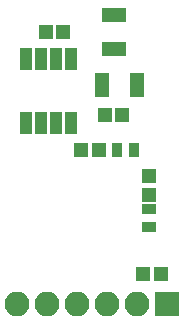
<source format=gts>
G04 #@! TF.FileFunction,Soldermask,Top*
%FSLAX46Y46*%
G04 Gerber Fmt 4.6, Leading zero omitted, Abs format (unit mm)*
G04 Created by KiCad (PCBNEW 4.0.7) date Sat Jun  9 20:24:17 2018*
%MOMM*%
%LPD*%
G01*
G04 APERTURE LIST*
%ADD10C,0.100000*%
%ADD11R,1.200000X1.150000*%
%ADD12R,1.200000X1.200000*%
%ADD13R,0.900000X1.300000*%
%ADD14R,1.300000X0.900000*%
%ADD15R,1.300000X2.100000*%
%ADD16R,2.100000X1.300000*%
%ADD17R,1.000000X1.950000*%
%ADD18R,2.100000X2.100000*%
%ADD19O,2.100000X2.100000*%
G04 APERTURE END LIST*
D10*
D11*
X60250000Y-48000000D03*
X58750000Y-48000000D03*
X55250000Y-41000000D03*
X53750000Y-41000000D03*
X63500000Y-61500000D03*
X62000000Y-61500000D03*
D12*
X58300000Y-51000000D03*
X56700000Y-51000000D03*
X62500000Y-54800000D03*
X62500000Y-53200000D03*
D13*
X59750000Y-51000000D03*
X61250000Y-51000000D03*
D14*
X62500000Y-56000000D03*
X62500000Y-57500000D03*
D15*
X61450000Y-45500000D03*
X58550000Y-45500000D03*
D16*
X59500000Y-39550000D03*
X59500000Y-42450000D03*
D17*
X55905000Y-43300000D03*
X54635000Y-43300000D03*
X53365000Y-43300000D03*
X52095000Y-43300000D03*
X52095000Y-48700000D03*
X53365000Y-48700000D03*
X54635000Y-48700000D03*
X55905000Y-48700000D03*
D18*
X64000000Y-64000000D03*
D19*
X61460000Y-64000000D03*
X58920000Y-64000000D03*
X56380000Y-64000000D03*
X53840000Y-64000000D03*
X51300000Y-64000000D03*
M02*

</source>
